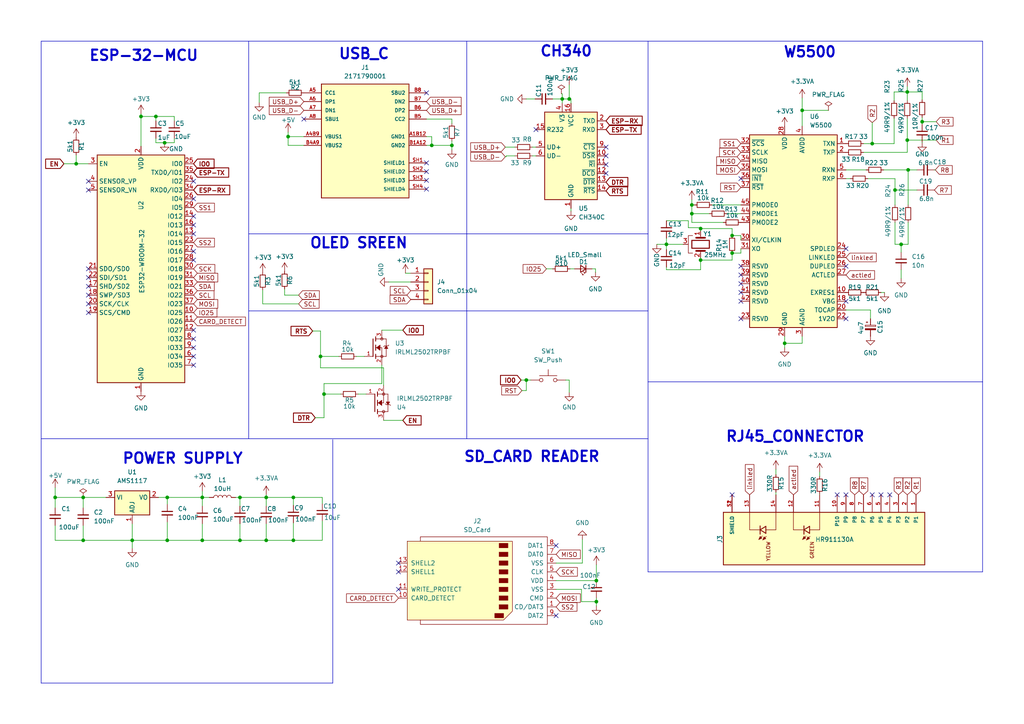
<source format=kicad_sch>
(kicad_sch (version 20230121) (generator eeschema)
  (paper "A4")
  (lib_symbols
    (symbol "Connector:SD_Card" (pin_names (offset 1.016))
      (property "Reference" "J" (at -16.51 13.97 0))
      (property "Value" "SD_Card" (at 15.24 -13.97 0))
      (symbol "SD_Card_1_1"
        (pin input line (at -22.86 7.62 0) (length 2.54) (name "CD/DAT3") (number "1"))
        (pin input line (at 22.86 5.08 180) (length 2.54) (name "CARD_DETECT") (number "10"))
        (pin input line (at 22.86 2.54 180) (length 2.54) (name "WRITE_PROTECT") (number "11"))
        (pin input line (at 22.86 -2.54 180) (length 2.54) (name "SHELL1") (number "12"))
        (pin input line (at 22.86 -5.08 180) (length 2.54) (name "SHELL2") (number "13"))
        (pin input line (at -22.86 5.08 0) (length 2.54) (name "CMD") (number "2"))
        (pin power_in line (at -22.86 2.54 0) (length 2.54) (name "VSS") (number "3"))
        (pin power_in line (at -22.86 0 0) (length 2.54) (name "VDD") (number "4"))
        (pin input line (at -22.86 -2.54 0) (length 2.54) (name "CLK") (number "5"))
        (pin power_in line (at -22.86 -5.08 0) (length 2.54) (name "VSS") (number "6"))
        (pin input line (at -22.86 -7.62 0) (length 2.54) (name "DAT0") (number "7"))
        (pin input line (at -22.86 -10.16 0) (length 2.54) (name "DAT1") (number "8"))
        (pin input line (at -22.86 10.16 0) (length 2.54) (name "DAT2") (number "9"))
      )
    )
    (symbol "Connector_Generic:Conn_01x04" (pin_names (offset 1.016) hide)
      (property "Reference" "J" (at 0 5.08 0))
      (property "Value" "Conn_01x04" (at 0 -7.62 0))
      (symbol "Conn_01x04_1_1"
        (pin passive line (at -5.08 2.54 0) (length 3.81) (name "Pin_1") (number "1"))
        (pin passive line (at -5.08 0 0) (length 3.81) (name "Pin_2") (number "2"))
        (pin passive line (at -5.08 -2.54 0) (length 3.81) (name "Pin_3") (number "3"))
        (pin passive line (at -5.08 -5.08 0) (length 3.81) (name "Pin_4") (number "4"))
      )
    )
    (symbol "Device:C_Polarized_Small" (pin_numbers hide) (pin_names (offset 0.254) hide)
      (property "Reference" "C" (at 0.254 1.778 0))
      (property "Value" "C_Polarized_Small" (at 0.254 -2.032 0))
      (symbol "C_Polarized_Small_1_1"
        (pin passive line (at 0 2.54 270) (length 1.8542) (name "~") (number "1"))
        (pin passive line (at 0 -2.54 90) (length 1.8542) (name "~") (number "2"))
      )
    )
    (symbol "Device:C_Small" (pin_numbers hide) (pin_names (offset 0.254) hide)
      (property "Reference" "C" (at 0.254 1.778 0))
      (property "Value" "C_Small" (at 0.254 -2.032 0))
      (symbol "C_Small_1_1"
        (pin passive line (at 0 2.54 270) (length 2.032) (name "~") (number "1"))
        (pin passive line (at 0 -2.54 90) (length 2.032) (name "~") (number "2"))
      )
    )
    (symbol "Device:Crystal_GND3" (pin_names (offset 1.016) hide)
      (property "Reference" "Y" (at 0 5.715 0))
      (property "Value" "Crystal_GND3" (at 0 3.81 0))
      (symbol "Crystal_GND3_1_1"
        (pin passive line (at -3.81 0 0) (length 1.27) (name "1") (number "1"))
        (pin passive line (at 3.81 0 180) (length 1.27) (name "2") (number "2"))
        (pin passive line (at 0 -5.08 90) (length 1.27) (name "3") (number "3"))
      )
    )
    (symbol "Device:L" (pin_numbers hide) (pin_names (offset 1.016) hide)
      (property "Reference" "L" (at -1.27 0 90))
      (property "Value" "L" (at 1.905 0 90))
      (symbol "L_1_1"
        (pin passive line (at 0 3.81 270) (length 1.27) (name "1") (number "1"))
        (pin passive line (at 0 -3.81 90) (length 1.27) (name "2") (number "2"))
      )
    )
    (symbol "Device:LED_Small" (pin_numbers hide) (pin_names (offset 0.254) hide)
      (property "Reference" "D" (at -1.27 3.175 0))
      (property "Value" "LED_Small" (at -4.445 -2.54 0))
      (symbol "LED_Small_1_1"
        (pin passive line (at -2.54 0 0) (length 1.778) (name "K") (number "1"))
        (pin passive line (at 2.54 0 180) (length 1.778) (name "A") (number "2"))
      )
    )
    (symbol "Device:R_Small" (pin_numbers hide) (pin_names (offset 0.254) hide)
      (property "Reference" "R" (at 0.762 0.508 0))
      (property "Value" "R_Small" (at 0.762 -1.016 0))
      (symbol "R_Small_1_1"
        (pin passive line (at 0 2.54 270) (length 0.762) (name "~") (number "1"))
        (pin passive line (at 0 -2.54 90) (length 0.762) (name "~") (number "2"))
      )
    )
    (symbol "IRLML2502TRPBF:IRLML2502TRPBF" (pin_names (offset 1.016))
      (property "Reference" "U" (at -11.4527 2.5451 0))
      (property "Value" "IRLML2502TRPBF" (at -11.461 0 0))
      (symbol "IRLML2502TRPBF_0_0"
        (pin passive line (at -2.54 -2.54 0) (length 2.54) (name "~") (number "1"))
        (pin passive line (at 2.54 -5.08 90) (length 2.54) (name "~") (number "2"))
        (pin passive line (at 2.54 5.08 270) (length 2.54) (name "~") (number "3"))
      )
    )
    (symbol "Interface_Ethernet:W5500"
      (property "Reference" "U" (at -11.43 29.21 0))
      (property "Value" "W5500" (at 8.89 29.21 0))
      (symbol "W5500_1_1"
        (pin output line (at 15.24 25.4 180) (length 2.54) (name "TXN") (number "1"))
        (pin passive line (at 15.24 -17.78 180) (length 2.54) (name "EXRES1") (number "10"))
        (pin passive line (at 2.54 30.48 270) (length 2.54) hide (name "AVDD") (number "11"))
        (pin no_connect line (at 12.7 7.62 180) (length 2.54) hide (name "NC") (number "12"))
        (pin no_connect line (at 12.7 5.08 180) (length 2.54) hide (name "NC") (number "13"))
        (pin passive line (at 2.54 -30.48 90) (length 2.54) hide (name "AGND") (number "14"))
        (pin passive line (at 2.54 30.48 270) (length 2.54) hide (name "AVDD") (number "15"))
        (pin passive line (at 2.54 -30.48 90) (length 2.54) hide (name "AGND") (number "16"))
        (pin passive line (at 2.54 30.48 270) (length 2.54) hide (name "AVDD") (number "17"))
        (pin passive line (at 15.24 -20.32 180) (length 2.54) (name "VBG") (number "18"))
        (pin passive line (at 2.54 -30.48 90) (length 2.54) hide (name "AGND") (number "19"))
        (pin output line (at 15.24 22.86 180) (length 2.54) (name "TXP") (number "2"))
        (pin passive line (at 15.24 -22.86 180) (length 2.54) (name "TOCAP") (number "20"))
        (pin passive line (at 2.54 30.48 270) (length 2.54) hide (name "AVDD") (number "21"))
        (pin output line (at 15.24 -25.4 180) (length 2.54) (name "1V2O") (number "22"))
        (pin input line (at -15.24 -25.4 0) (length 2.54) (name "RSVD") (number "23"))
        (pin output line (at 15.24 -5.08 180) (length 2.54) (name "SPDLED") (number "24"))
        (pin output line (at 15.24 -7.62 180) (length 2.54) (name "LINKLED") (number "25"))
        (pin output line (at 15.24 -10.16 180) (length 2.54) (name "DUPLED") (number "26"))
        (pin output line (at 15.24 -12.7 180) (length 2.54) (name "ACTLED") (number "27"))
        (pin power_in line (at -2.54 30.48 270) (length 2.54) (name "VDD") (number "28"))
        (pin power_in line (at -2.54 -30.48 90) (length 2.54) (name "GND") (number "29"))
        (pin power_in line (at 2.54 -30.48 90) (length 2.54) (name "AGND") (number "3"))
        (pin input line (at -15.24 -2.54 0) (length 2.54) (name "XI/CLKIN") (number "30"))
        (pin output line (at -15.24 -5.08 0) (length 2.54) (name "XO") (number "31"))
        (pin input line (at -15.24 25.4 0) (length 2.54) (name "~{SCS}") (number "32"))
        (pin input line (at -15.24 22.86 0) (length 2.54) (name "SCLK") (number "33"))
        (pin output line (at -15.24 20.32 0) (length 2.54) (name "MISO") (number "34"))
        (pin input line (at -15.24 17.78 0) (length 2.54) (name "MOSI") (number "35"))
        (pin input line (at -15.24 15.24 0) (length 2.54) (name "~{INT}") (number "36"))
        (pin input line (at -15.24 12.7 0) (length 2.54) (name "~{RST}") (number "37"))
        (pin input line (at -15.24 -10.16 0) (length 2.54) (name "RSVD") (number "38"))
        (pin input line (at -15.24 -12.7 0) (length 2.54) (name "RSVD") (number "39"))
        (pin power_in line (at 2.54 30.48 270) (length 2.54) (name "AVDD") (number "4"))
        (pin input line (at -15.24 -15.24 0) (length 2.54) (name "RSVD") (number "40"))
        (pin input line (at -15.24 -17.78 0) (length 2.54) (name "RSVD") (number "41"))
        (pin input line (at -15.24 -20.32 0) (length 2.54) (name "RSVD") (number "42"))
        (pin input line (at -15.24 2.54 0) (length 2.54) (name "PMODE2") (number "43"))
        (pin input line (at -15.24 5.08 0) (length 2.54) (name "PMODE1") (number "44"))
        (pin input line (at -15.24 7.62 0) (length 2.54) (name "PMODE0") (number "45"))
        (pin no_connect line (at 12.7 2.54 180) (length 2.54) hide (name "NC") (number "46"))
        (pin no_connect line (at 12.7 0 180) (length 2.54) hide (name "NC") (number "47"))
        (pin passive line (at 2.54 -30.48 90) (length 2.54) hide (name "AGND") (number "48"))
        (pin input line (at 15.24 17.78 180) (length 2.54) (name "RXN") (number "5"))
        (pin input line (at 15.24 15.24 180) (length 2.54) (name "RXP") (number "6"))
        (pin no_connect line (at 12.7 10.16 180) (length 2.54) hide (name "DNC") (number "7"))
        (pin passive line (at 2.54 30.48 270) (length 2.54) hide (name "AVDD") (number "8"))
        (pin passive line (at 2.54 -30.48 90) (length 2.54) hide (name "AGND") (number "9"))
      )
    )
    (symbol "Interface_USB:CH340C"
      (property "Reference" "U" (at -5.08 13.97 0))
      (property "Value" "CH340C" (at 1.27 13.97 0))
      (symbol "CH340C_1_1"
        (pin power_in line (at 0 -15.24 90) (length 2.54) (name "GND") (number "1"))
        (pin input line (at 10.16 0 180) (length 2.54) (name "~{DSR}") (number "10"))
        (pin input line (at 10.16 -2.54 180) (length 2.54) (name "~{RI}") (number "11"))
        (pin input line (at 10.16 -5.08 180) (length 2.54) (name "~{DCD}") (number "12"))
        (pin output line (at 10.16 -7.62 180) (length 2.54) (name "~{DTR}") (number "13"))
        (pin output line (at 10.16 -10.16 180) (length 2.54) (name "~{RTS}") (number "14"))
        (pin input line (at -10.16 7.62 0) (length 2.54) (name "R232") (number "15"))
        (pin power_in line (at 0 15.24 270) (length 2.54) (name "VCC") (number "16"))
        (pin output line (at 10.16 10.16 180) (length 2.54) (name "TXD") (number "2"))
        (pin input line (at 10.16 7.62 180) (length 2.54) (name "RXD") (number "3"))
        (pin passive line (at -2.54 15.24 270) (length 2.54) (name "V3") (number "4"))
        (pin bidirectional line (at -10.16 2.54 0) (length 2.54) (name "UD+") (number "5"))
        (pin bidirectional line (at -10.16 0 0) (length 2.54) (name "UD-") (number "6"))
        (pin no_connect line (at -7.62 -7.62 0) (length 2.54) hide (name "NC") (number "7"))
        (pin no_connect line (at -7.62 -10.16 0) (length 2.54) hide (name "NC") (number "8"))
        (pin input line (at 10.16 2.54 180) (length 2.54) (name "~{CTS}") (number "9"))
      )
    )
    (symbol "RF_Module:ESP32-WROOM-32"
      (property "Reference" "U" (at -12.7 34.29 0))
      (property "Value" "ESP32-WROOM-32" (at 1.27 34.29 0))
      (symbol "ESP32-WROOM-32_1_1"
        (pin power_in line (at 0 -35.56 90) (length 2.54) (name "GND") (number "1"))
        (pin bidirectional line (at 15.24 -12.7 180) (length 2.54) (name "IO25") (number "10"))
        (pin bidirectional line (at 15.24 -15.24 180) (length 2.54) (name "IO26") (number "11"))
        (pin bidirectional line (at 15.24 -17.78 180) (length 2.54) (name "IO27") (number "12"))
        (pin bidirectional line (at 15.24 10.16 180) (length 2.54) (name "IO14") (number "13"))
        (pin bidirectional line (at 15.24 15.24 180) (length 2.54) (name "IO12") (number "14"))
        (pin passive line (at 0 -35.56 90) (length 2.54) hide (name "GND") (number "15"))
        (pin bidirectional line (at 15.24 12.7 180) (length 2.54) (name "IO13") (number "16"))
        (pin bidirectional line (at -15.24 -5.08 0) (length 2.54) (name "SHD/SD2") (number "17"))
        (pin bidirectional line (at -15.24 -7.62 0) (length 2.54) (name "SWP/SD3") (number "18"))
        (pin bidirectional line (at -15.24 -12.7 0) (length 2.54) (name "SCS/CMD") (number "19"))
        (pin power_in line (at 0 35.56 270) (length 2.54) (name "VDD") (number "2"))
        (pin bidirectional line (at -15.24 -10.16 0) (length 2.54) (name "SCK/CLK") (number "20"))
        (pin bidirectional line (at -15.24 0 0) (length 2.54) (name "SDO/SD0") (number "21"))
        (pin bidirectional line (at -15.24 -2.54 0) (length 2.54) (name "SDI/SD1") (number "22"))
        (pin bidirectional line (at 15.24 7.62 180) (length 2.54) (name "IO15") (number "23"))
        (pin bidirectional line (at 15.24 25.4 180) (length 2.54) (name "IO2") (number "24"))
        (pin bidirectional line (at 15.24 30.48 180) (length 2.54) (name "IO0") (number "25"))
        (pin bidirectional line (at 15.24 20.32 180) (length 2.54) (name "IO4") (number "26"))
        (pin bidirectional line (at 15.24 5.08 180) (length 2.54) (name "IO16") (number "27"))
        (pin bidirectional line (at 15.24 2.54 180) (length 2.54) (name "IO17") (number "28"))
        (pin bidirectional line (at 15.24 17.78 180) (length 2.54) (name "IO5") (number "29"))
        (pin input line (at -15.24 30.48 0) (length 2.54) (name "EN") (number "3"))
        (pin bidirectional line (at 15.24 0 180) (length 2.54) (name "IO18") (number "30"))
        (pin bidirectional line (at 15.24 -2.54 180) (length 2.54) (name "IO19") (number "31"))
        (pin no_connect line (at -12.7 -27.94 0) (length 2.54) hide (name "NC") (number "32"))
        (pin bidirectional line (at 15.24 -5.08 180) (length 2.54) (name "IO21") (number "33"))
        (pin bidirectional line (at 15.24 22.86 180) (length 2.54) (name "RXD0/IO3") (number "34"))
        (pin bidirectional line (at 15.24 27.94 180) (length 2.54) (name "TXD0/IO1") (number "35"))
        (pin bidirectional line (at 15.24 -7.62 180) (length 2.54) (name "IO22") (number "36"))
        (pin bidirectional line (at 15.24 -10.16 180) (length 2.54) (name "IO23") (number "37"))
        (pin passive line (at 0 -35.56 90) (length 2.54) hide (name "GND") (number "38"))
        (pin passive line (at 0 -35.56 90) (length 2.54) hide (name "GND") (number "39"))
        (pin input line (at -15.24 25.4 0) (length 2.54) (name "SENSOR_VP") (number "4"))
        (pin input line (at -15.24 22.86 0) (length 2.54) (name "SENSOR_VN") (number "5"))
        (pin input line (at 15.24 -25.4 180) (length 2.54) (name "IO34") (number "6"))
        (pin input line (at 15.24 -27.94 180) (length 2.54) (name "IO35") (number "7"))
        (pin bidirectional line (at 15.24 -20.32 180) (length 2.54) (name "IO32") (number "8"))
        (pin bidirectional line (at 15.24 -22.86 180) (length 2.54) (name "IO33") (number "9"))
      )
    )
    (symbol "RJ45_HR911130A:HR911130A" (pin_names (offset 1.016))
      (property "Reference" "J" (at -7.62 29.21 0))
      (property "Value" "HR911130A" (at -7.62 -31.75 0))
      (symbol "HR911130A_0_0"
        (text "GREEN" (at 0.762 -5.334 0) (effects (font (size 1.016 1.016)) (justify left top)))
        (text "YELLOW" (at 0.762 -18.034 0) (effects (font (size 1.016 1.016)) (justify left top)))
        (pin passive line (at -12.7 25.4 0) (length 5.08) (name "P1") (number "1"))
        (pin passive line (at -12.7 2.54 0) (length 5.08) (name "P10") (number "10"))
        (pin passive line (at -12.7 -2.54 0) (length 5.08) (name "~") (number "11"))
        (pin passive line (at -12.7 -10.16 0) (length 5.08) (name "~") (number "12"))
        (pin passive line (at -12.7 -22.86 0) (length 5.08) (name "~") (number "13"))
        (pin passive line (at -12.7 -15.24 0) (length 5.08) (name "~") (number "14"))
        (pin passive line (at -12.7 22.86 0) (length 5.08) (name "P2") (number "2"))
        (pin passive line (at -12.7 20.32 0) (length 5.08) (name "P3") (number "3"))
        (pin passive line (at -12.7 17.78 0) (length 5.08) (name "P4") (number "4"))
        (pin passive line (at -12.7 15.24 0) (length 5.08) (name "P5") (number "5"))
        (pin passive line (at -12.7 12.7 0) (length 5.08) (name "P6") (number "6"))
        (pin passive line (at -12.7 10.16 0) (length 5.08) (name "P7") (number "7"))
        (pin passive line (at -12.7 7.62 0) (length 5.08) (name "P8") (number "8"))
        (pin passive line (at -12.7 5.08 0) (length 5.08) (name "P9") (number "9"))
        (pin passive line (at -12.7 -27.94 0) (length 5.08) (name "SHIELD") (number "S1"))
        (pin passive line (at -12.7 -27.94 0) (length 5.08) (name "SHIELD") (number "S2"))
      )
    )
    (symbol "Regulator_Linear:AMS1117"
      (property "Reference" "U" (at -3.81 3.175 0))
      (property "Value" "AMS1117" (at 0 3.175 0))
      (symbol "AMS1117_1_1"
        (pin input line (at 0 -7.62 90) (length 2.54) (name "ADJ") (number "1"))
        (pin power_out line (at 7.62 0 180) (length 2.54) (name "VO") (number "2"))
        (pin power_in line (at -7.62 0 0) (length 2.54) (name "VI") (number "3"))
      )
    )
    (symbol "Switch:SW_Push" (pin_numbers hide) (pin_names (offset 1.016) hide)
      (property "Reference" "SW" (at 1.27 2.54 0))
      (property "Value" "SW_Push" (at 0 -1.524 0))
      (symbol "SW_Push_0_1"
        (pin passive line (at -5.08 0 0) (length 2.54) (name "1") (number "1"))
        (pin passive line (at 5.08 0 180) (length 2.54) (name "2") (number "2"))
      )
    )
    (symbol "USB_C_MOLEXjlc:2171790001" (pin_names (offset 1.016))
      (property "Reference" "J" (at -12.7 16.002 0))
      (property "Value" "2171790001" (at -12.7 -18.542 0))
      (symbol "2171790001_0_0"
        (pin power_in line (at 17.78 0 180) (length 5.08) (name "GND1") (number "A1B12"))
        (pin power_in line (at -17.78 0 0) (length 5.08) (name "VBUS1") (number "A4B9"))
        (pin bidirectional line (at -17.78 12.7 0) (length 5.08) (name "CC1") (number "A5"))
        (pin bidirectional line (at -17.78 10.16 0) (length 5.08) (name "DP1") (number "A6"))
        (pin bidirectional line (at -17.78 7.62 0) (length 5.08) (name "DN1") (number "A7"))
        (pin bidirectional line (at -17.78 5.08 0) (length 5.08) (name "SBU1") (number "A8"))
        (pin power_in line (at 17.78 -2.54 180) (length 5.08) (name "GND2") (number "B1A12"))
        (pin power_in line (at -17.78 -2.54 0) (length 5.08) (name "VBUS2") (number "B4A9"))
        (pin bidirectional line (at 17.78 5.08 180) (length 5.08) (name "CC2") (number "B5"))
        (pin bidirectional line (at 17.78 7.62 180) (length 5.08) (name "DP2") (number "B6"))
        (pin bidirectional line (at 17.78 10.16 180) (length 5.08) (name "DN2") (number "B7"))
        (pin bidirectional line (at 17.78 12.7 180) (length 5.08) (name "SBU2") (number "B8"))
        (pin passive line (at 17.78 -7.62 180) (length 5.08) (name "SHIELD1") (number "SH1"))
        (pin passive line (at 17.78 -10.16 180) (length 5.08) (name "SHIELD2") (number "SH2"))
        (pin passive line (at 17.78 -12.7 180) (length 5.08) (name "SHIELD3") (number "SH3"))
        (pin passive line (at 17.78 -15.24 180) (length 5.08) (name "SHIELD4") (number "SH4"))
      )
    )
    (symbol "power:+3.3VA" (power) (pin_names (offset 0))
      (property "Value" "+3.3VA" (at 0 3.556 0))
      (symbol "+3.3VA_1_1"
        (pin power_in line (at 0 0 90) (length 0) hide (name "+3.3VA") (number "1"))
      )
    )
    (symbol "power:+3V3" (power) (pin_names (offset 0))
      (property "Value" "+3V3" (at 0 3.556 0))
      (symbol "+3V3_1_1"
        (pin power_in line (at 0 0 90) (length 0) hide (name "+3V3") (number "1"))
      )
    )
    (symbol "power:+5V" (power) (pin_names (offset 0))
      (property "Value" "+5V" (at 0 3.556 0))
      (symbol "+5V_1_1"
        (pin power_in line (at 0 0 90) (length 0) hide (name "+5V") (number "1"))
      )
    )
    (symbol "power:GND" (power) (pin_names (offset 0))
      (property "Value" "GND" (at 0 -3.81 0))
      (symbol "GND_1_1"
        (pin power_in line (at 0 0 270) (length 0) hide (name "GND") (number "1"))
      )
    )
    (symbol "power:PWR_FLAG" (power) (pin_numbers hide) (pin_names (offset 0) hide)
      (property "Value" "PWR_FLAG" (at 0 3.81 0))
      (symbol "PWR_FLAG_0_0"
        (pin power_out line (at 0 0 90) (length 0) (name "pwr") (number "1"))
      )
    )
  )
  (junction (at 131.064 42.164))
  (junction (at 85.09 156.718))
  (junction (at 263.144 40.64))
  (junction (at 77.216 156.718))
  (junction (at 259.588 55.118))
  (junction (at 125.222 42.164))
  (junction (at 77.216 144.272))
  (junction (at 200.66 61.976))
  (junction (at 58.674 144.272))
  (junction (at 193.294 70.866))
  (junction (at 47.752 41.402))
  (junction (at 93.98 114.3))
  (junction (at 48.514 144.272))
  (junction (at 267.462 35.306))
  (junction (at 203.2 75.438))
  (junction (at 263.398 49.276))
  (junction (at 172.974 174.498))
  (junction (at 212.344 73.406))
  (junction (at 152.654 110.236))
  (junction (at 163.068 28.702))
  (junction (at 212.344 68.326))
  (junction (at 16.002 144.272))
  (junction (at 232.664 32.004))
  (junction (at 92.964 103.378))
  (junction (at 48.514 156.718))
  (junction (at 58.674 156.718))
  (junction (at 263.144 26.67))
  (junction (at 24.13 156.718))
  (junction (at 69.596 156.718))
  (junction (at 69.596 144.272))
  (junction (at 22.098 47.498))
  (junction (at 40.894 33.782))
  (junction (at 165.1 28.702))
  (junction (at 83.566 39.624))
  (junction (at 227.584 99.568))
  (junction (at 24.13 144.272))
  (junction (at 200.66 59.436))
  (junction (at 85.09 144.272))
  (junction (at 252.984 41.656))
  (junction (at 45.212 33.782))
  (junction (at 261.366 70.866))
  (junction (at 172.974 168.402))
  (junction (at 203.2 66.294))
  (junction (at 38.354 156.718))
  (no_connect (at 245.364 72.136))
  (no_connect (at 175.768 50.292))
  (no_connect (at 161.29 178.562))
  (no_connect (at 115.57 170.942))
  (no_connect (at 255.524 143.51))
  (no_connect (at 245.364 143.51))
  (no_connect (at 56.134 62.738))
  (no_connect (at 175.768 45.212))
  (no_connect (at 56.134 75.438))
  (no_connect (at 56.134 100.838))
  (no_connect (at 123.698 49.784))
  (no_connect (at 56.134 105.918))
  (no_connect (at 214.884 77.216))
  (no_connect (at 123.698 47.244))
  (no_connect (at 212.344 143.51))
  (no_connect (at 56.134 103.378))
  (no_connect (at 161.29 158.242))
  (no_connect (at 214.884 92.456))
  (no_connect (at 56.134 57.658))
  (no_connect (at 242.824 143.51))
  (no_connect (at 25.654 80.518))
  (no_connect (at 56.134 72.898))
  (no_connect (at 175.768 47.752))
  (no_connect (at 25.654 77.978))
  (no_connect (at 25.654 83.058))
  (no_connect (at 56.134 98.298))
  (no_connect (at 25.654 85.598))
  (no_connect (at 214.884 79.756))
  (no_connect (at 56.134 95.758))
  (no_connect (at 56.134 67.818))
  (no_connect (at 155.448 37.592))
  (no_connect (at 214.884 84.836))
  (no_connect (at 115.57 163.322))
  (no_connect (at 25.654 88.138))
  (no_connect (at 252.984 143.51))
  (no_connect (at 123.698 54.864))
  (no_connect (at 258.064 143.51))
  (no_connect (at 214.884 82.296))
  (no_connect (at 245.364 92.456))
  (no_connect (at 245.364 77.216))
  (no_connect (at 25.654 52.578))
  (no_connect (at 214.884 51.816))
  (no_connect (at 123.698 26.924))
  (no_connect (at 115.57 165.862))
  (no_connect (at 88.138 34.544))
  (no_connect (at 245.364 87.376))
  (no_connect (at 25.654 90.678))
  (no_connect (at 175.768 42.672))
  (no_connect (at 123.698 52.324))
  (no_connect (at 56.134 65.278))
  (no_connect (at 214.884 87.376))
  (no_connect (at 25.654 55.118))
  (no_connect (at 56.134 52.578))
  (wire (pts (xy 112.776 81.788) (xy 119.126 81.788)))
  (wire (pts (xy 22.098 47.498) (xy 25.654 47.498)))
  (wire (pts (xy 151.13 110.236) (xy 152.654 110.236)))
  (wire (pts (xy 165.608 60.452) (xy 165.608 61.214)))
  (wire (pts (xy 75.184 26.924) (xy 83.058 26.924)))
  (wire (pts (xy 40.894 33.782) (xy 40.894 42.418)))
  (wire (pts (xy 200.66 64.516) (xy 200.66 61.976)))
  (wire (pts (xy 146.558 45.466) (xy 146.812 45.466)))
  (wire (pts (xy 237.744 136.906) (xy 237.744 138.176)))
  (wire (pts (xy 91.44 121.158) (xy 93.98 121.158)))
  (polyline (pts (xy 284.988 110.744) (xy 284.988 165.862)))
  (wire (pts (xy 162.814 27.178) (xy 163.068 27.178)))
  (wire (pts (xy 165.354 77.978) (xy 166.624 77.978)))
  (wire (pts (xy 163.068 27.178) (xy 163.068 28.702)))
  (wire (pts (xy 103.886 114.3) (xy 106.172 114.3)))
  (wire (pts (xy 92.964 106.68) (xy 92.964 103.378)))
  (wire (pts (xy 77.216 156.718) (xy 85.09 156.718)))
  (wire (pts (xy 267.462 35.306) (xy 267.462 36.068)))
  (wire (pts (xy 200.66 59.436) (xy 201.422 59.436)))
  (wire (pts (xy 69.596 151.892) (xy 69.596 156.718)))
  (wire (pts (xy 16.002 141.478) (xy 16.002 144.272)))
  (wire (pts (xy 90.678 96.012) (xy 92.964 96.012)))
  (wire (pts (xy 267.462 35.306) (xy 267.462 34.036)))
  (wire (pts (xy 263.144 26.67) (xy 263.144 29.21)))
  (wire (pts (xy 82.55 83.82) (xy 82.55 85.598)))
  (wire (pts (xy 203.2 74.676) (xy 203.2 75.438)))
  (wire (pts (xy 45.212 35.052) (xy 45.212 33.782)))
  (wire (pts (xy 252.984 35.56) (xy 252.984 41.656)))
  (wire (pts (xy 193.294 77.47) (xy 193.294 78.232)))
  (wire (pts (xy 163.068 28.702) (xy 165.1 28.702)))
  (wire (pts (xy 256.286 49.276) (xy 263.398 49.276)))
  (wire (pts (xy 18.542 47.498) (xy 22.098 47.498)))
  (wire (pts (xy 165.608 29.972) (xy 165.608 28.702)))
  (wire (pts (xy 267.462 26.67) (xy 263.144 26.67)))
  (wire (pts (xy 172.72 78.994) (xy 172.72 77.978)))
  (polyline (pts (xy 72.136 90.17) (xy 72.136 127.254)))
  (wire (pts (xy 58.674 156.718) (xy 69.596 156.718)))
  (wire (pts (xy 172.974 163.83) (xy 172.974 168.402)))
  (polyline (pts (xy 135.382 90.17) (xy 187.96 90.17)))
  (wire (pts (xy 263.144 40.64) (xy 263.144 34.29)))
  (wire (pts (xy 225.044 142.748) (xy 225.044 143.51)))
  (polyline (pts (xy 187.96 11.938) (xy 284.988 11.938)))
  (wire (pts (xy 193.294 69.088) (xy 193.294 70.866)))
  (wire (pts (xy 69.596 144.272) (xy 68.326 144.272)))
  (wire (pts (xy 193.294 70.866) (xy 198.12 70.866)))
  (wire (pts (xy 259.588 70.866) (xy 261.366 70.866)))
  (polyline (pts (xy 187.96 110.744) (xy 284.988 110.744)))
  (wire (pts (xy 190.5 70.866) (xy 193.294 70.866)))
  (wire (pts (xy 24.13 144.272) (xy 24.13 147.32)))
  (wire (pts (xy 76.2 88.138) (xy 76.2 84.074)))
  (wire (pts (xy 85.09 156.718) (xy 93.472 156.718)))
  (wire (pts (xy 40.894 33.02) (xy 40.894 33.782)))
  (wire (pts (xy 163.068 28.702) (xy 160.274 28.702)))
  (wire (pts (xy 93.472 144.272) (xy 85.09 144.272)))
  (polyline (pts (xy 135.382 11.938) (xy 135.382 67.818)))
  (wire (pts (xy 205.74 61.976) (xy 200.66 61.976)))
  (wire (pts (xy 77.216 144.272) (xy 77.216 146.812)))
  (wire (pts (xy 93.98 111.252) (xy 93.98 114.3)))
  (wire (pts (xy 103.378 103.378) (xy 105.664 103.378)))
  (wire (pts (xy 110.744 95.758) (xy 116.84 95.758)))
  (wire (pts (xy 232.664 32.004) (xy 232.664 36.576)))
  (wire (pts (xy 123.698 39.624) (xy 125.222 39.624)))
  (wire (pts (xy 259.588 51.816) (xy 251.714 51.816)))
  (wire (pts (xy 16.002 152.4) (xy 16.002 156.718)))
  (wire (pts (xy 265.938 55.118) (xy 259.588 55.118)))
  (wire (pts (xy 200.66 61.976) (xy 200.66 59.436)))
  (wire (pts (xy 58.674 142.494) (xy 58.674 144.272)))
  (wire (pts (xy 214.884 68.326) (xy 212.344 68.326)))
  (wire (pts (xy 131.064 43.434) (xy 131.064 42.164)))
  (wire (pts (xy 111.252 106.68) (xy 111.252 111.76)))
  (wire (pts (xy 210.82 61.976) (xy 214.884 61.976)))
  (wire (pts (xy 252.984 41.656) (xy 259.334 41.656)))
  (wire (pts (xy 146.812 45.212) (xy 149.352 45.212)))
  (wire (pts (xy 168.91 163.322) (xy 168.91 156.464)))
  (wire (pts (xy 165.608 28.702) (xy 165.1 28.702)))
  (wire (pts (xy 58.674 156.718) (xy 48.514 156.718)))
  (polyline (pts (xy 96.52 198.12) (xy 11.938 198.12)))
  (wire (pts (xy 77.216 151.892) (xy 77.216 156.718)))
  (wire (pts (xy 259.334 29.21) (xy 259.334 26.67)))
  (polyline (pts (xy 135.382 90.17) (xy 135.382 127.254)))
  (wire (pts (xy 232.664 99.568) (xy 227.584 99.568)))
  (wire (pts (xy 88.138 39.624) (xy 83.566 39.624)))
  (wire (pts (xy 206.502 59.436) (xy 214.884 59.436)))
  (wire (pts (xy 161.29 168.402) (xy 172.974 168.402)))
  (wire (pts (xy 193.294 78.232) (xy 203.2 78.232)))
  (wire (pts (xy 227.584 97.536) (xy 227.584 99.568)))
  (wire (pts (xy 227.584 99.568) (xy 227.584 100.838)))
  (wire (pts (xy 172.72 77.978) (xy 171.704 77.978)))
  (wire (pts (xy 50.546 33.782) (xy 45.212 33.782)))
  (wire (pts (xy 75.184 29.718) (xy 75.184 26.924)))
  (wire (pts (xy 24.13 152.4) (xy 24.13 156.718)))
  (wire (pts (xy 92.964 96.012) (xy 92.964 103.378)))
  (wire (pts (xy 93.98 114.3) (xy 93.98 121.158)))
  (wire (pts (xy 259.588 55.118) (xy 259.588 51.816)))
  (wire (pts (xy 48.514 144.272) (xy 48.514 146.304)))
  (wire (pts (xy 45.212 40.132) (xy 45.212 41.402)))
  (wire (pts (xy 93.98 114.3) (xy 98.806 114.3)))
  (wire (pts (xy 164.084 110.236) (xy 165.1 110.236)))
  (wire (pts (xy 119.126 79.248) (xy 117.602 79.248)))
  (wire (pts (xy 123.698 42.164) (xy 125.222 42.164)))
  (wire (pts (xy 203.2 66.04) (xy 203.2 66.294)))
  (wire (pts (xy 263.398 70.866) (xy 261.366 70.866)))
  (wire (pts (xy 92.964 106.68) (xy 111.252 106.68)))
  (wire (pts (xy 193.294 70.866) (xy 193.294 72.39)))
  (wire (pts (xy 172.974 174.498) (xy 172.974 173.482)))
  (wire (pts (xy 259.334 26.67) (xy 263.144 26.67)))
  (wire (pts (xy 240.284 32.004) (xy 232.664 32.004)))
  (polyline (pts (xy 72.136 67.818) (xy 72.136 90.17)))
  (wire (pts (xy 250.444 41.656) (xy 252.984 41.656)))
  (wire (pts (xy 93.472 146.05) (xy 93.472 144.272)))
  (wire (pts (xy 214.884 73.406) (xy 212.344 73.406)))
  (wire (pts (xy 85.09 144.272) (xy 85.09 146.558)))
  (wire (pts (xy 203.2 67.056) (xy 203.2 66.294)))
  (wire (pts (xy 48.514 156.718) (xy 38.354 156.718)))
  (wire (pts (xy 161.29 163.322) (xy 168.91 163.322)))
  (wire (pts (xy 152.654 28.702) (xy 155.194 28.702)))
  (wire (pts (xy 267.462 41.402) (xy 267.462 41.148)))
  (wire (pts (xy 165.1 24.638) (xy 165.1 28.702)))
  (wire (pts (xy 85.09 151.638) (xy 85.09 156.718)))
  (wire (pts (xy 154.432 45.212) (xy 155.448 45.212)))
  (wire (pts (xy 168.656 174.498) (xy 168.656 170.942)))
  (wire (pts (xy 69.596 146.812) (xy 69.596 144.272)))
  (polyline (pts (xy 72.136 11.938) (xy 72.136 67.818)))
  (wire (pts (xy 158.496 77.978) (xy 160.274 77.978)))
  (wire (pts (xy 131.064 40.894) (xy 131.064 42.164)))
  (wire (pts (xy 168.656 170.942) (xy 161.29 170.942)))
  (wire (pts (xy 203.2 66.294) (xy 212.344 66.294)))
  (wire (pts (xy 86.614 88.138) (xy 76.2 88.138)))
  (wire (pts (xy 271.272 49.276) (xy 271.018 49.276)))
  (wire (pts (xy 47.752 41.402) (xy 50.546 41.402)))
  (polyline (pts (xy 135.382 67.818) (xy 72.136 67.818)))
  (wire (pts (xy 38.354 159.004) (xy 38.354 156.718)))
  (wire (pts (xy 225.044 136.144) (xy 225.044 137.668)))
  (wire (pts (xy 203.2 78.232) (xy 203.2 75.438)))
  (wire (pts (xy 77.216 143.51) (xy 77.216 144.272)))
  (wire (pts (xy 212.344 66.294) (xy 212.344 68.326)))
  (wire (pts (xy 214.884 69.596) (xy 214.884 68.326)))
  (wire (pts (xy 168.656 174.498) (xy 172.974 174.498)))
  (wire (pts (xy 93.472 151.13) (xy 93.472 156.718)))
  (wire (pts (xy 146.558 42.672) (xy 149.352 42.672)))
  (wire (pts (xy 232.664 28.448) (xy 232.664 32.004)))
  (wire (pts (xy 199.644 66.04) (xy 203.2 66.04)))
  (polyline (pts (xy 96.52 127.508) (xy 96.52 198.12)))
  (wire (pts (xy 40.894 33.782) (xy 45.212 33.782)))
  (wire (pts (xy 214.884 72.136) (xy 214.884 73.406)))
  (wire (pts (xy 151.384 113.284) (xy 152.654 113.284)))
  (wire (pts (xy 261.366 73.152) (xy 261.366 70.866)))
  (wire (pts (xy 125.222 39.624) (xy 125.222 42.164)))
  (wire (pts (xy 152.654 110.236) (xy 153.924 110.236)))
  (wire (pts (xy 265.938 49.276) (xy 263.398 49.276)))
  (wire (pts (xy 163.068 29.972) (xy 163.068 28.702)))
  (wire (pts (xy 259.334 41.656) (xy 259.334 34.29)))
  (wire (pts (xy 58.674 146.812) (xy 58.674 144.272)))
  (polyline (pts (xy 135.382 67.818) (xy 187.96 67.818)))
  (wire (pts (xy 263.398 64.516) (xy 263.398 70.866)))
  (wire (pts (xy 22.098 44.958) (xy 22.098 47.498)))
  (wire (pts (xy 203.2 75.438) (xy 212.344 75.438)))
  (wire (pts (xy 259.588 70.866) (xy 259.588 64.516)))
  (wire (pts (xy 82.55 85.598) (xy 86.614 85.598)))
  (wire (pts (xy 237.744 143.256) (xy 237.744 143.51)))
  (wire (pts (xy 69.596 156.718) (xy 77.216 156.718)))
  (wire (pts (xy 271.526 35.306) (xy 267.462 35.306)))
  (wire (pts (xy 165.1 113.792) (xy 165.1 110.236)))
  (wire (pts (xy 146.812 45.466) (xy 146.812 45.212)))
  (polyline (pts (xy 187.96 165.862) (xy 284.988 165.862)))
  (wire (pts (xy 267.462 28.956) (xy 267.462 26.67)))
  (wire (pts (xy 261.366 80.772) (xy 261.366 78.232)))
  (wire (pts (xy 263.398 49.276) (xy 263.398 59.436)))
  (wire (pts (xy 24.13 156.718) (xy 38.354 156.718)))
  (wire (pts (xy 245.364 89.916) (xy 252.476 89.916)))
  (wire (pts (xy 77.216 144.272) (xy 69.596 144.272)))
  (wire (pts (xy 110.744 111.252) (xy 93.98 111.252)))
  (wire (pts (xy 251.206 49.276) (xy 245.364 49.276)))
  (wire (pts (xy 92.964 103.378) (xy 98.298 103.378)))
  (wire (pts (xy 271.526 40.64) (xy 263.144 40.64)))
  (polyline (pts (xy 11.938 127.254) (xy 11.938 198.12)))
  (wire (pts (xy 256.54 84.836) (xy 255.524 84.836)))
  (wire (pts (xy 252.476 89.916) (xy 252.476 92.456)))
  (wire (pts (xy 263.144 25.146) (xy 263.144 26.67)))
  (wire (pts (xy 110.744 111.252) (xy 110.744 105.918)))
  (wire (pts (xy 58.674 144.272) (xy 48.514 144.272)))
  (wire (pts (xy 263.144 40.64) (xy 263.144 44.196)))
  (wire (pts (xy 193.294 64.008) (xy 199.644 64.008)))
  (wire (pts (xy 16.002 156.718) (xy 24.13 156.718)))
  (wire (pts (xy 111.252 121.92) (xy 116.84 121.92)))
  (wire (pts (xy 16.002 144.272) (xy 16.002 147.32)))
  (wire (pts (xy 83.566 42.164) (xy 83.566 39.624)))
  (wire (pts (xy 88.138 42.164) (xy 83.566 42.164)))
  (wire (pts (xy 131.064 34.544) (xy 123.698 34.544)))
  (wire (pts (xy 48.514 151.384) (xy 48.514 156.718)))
  (wire (pts (xy 50.546 41.402) (xy 50.546 40.132)))
  (wire (pts (xy 212.344 75.438) (xy 212.344 73.406)))
  (wire (pts (xy 24.13 144.272) (xy 30.734 144.272)))
  (wire (pts (xy 85.09 144.272) (xy 77.216 144.272)))
  (polyline (pts (xy 187.96 127.254) (xy 187.96 165.862)))
  (wire (pts (xy 131.064 34.544) (xy 131.064 35.814)))
  (wire (pts (xy 232.664 97.536) (xy 232.664 99.568)))
  (wire (pts (xy 172.974 175.768) (xy 172.974 174.498)))
  (wire (pts (xy 246.634 51.816) (xy 245.364 51.816)))
  (polyline (pts (xy 135.382 67.818) (xy 135.382 90.17)))
  (wire (pts (xy 45.212 41.402) (xy 47.752 41.402)))
  (wire (pts (xy 83.566 39.624) (xy 83.566 38.354)))
  (polyline (pts (xy 135.382 90.17) (xy 72.136 90.17)))
  (wire (pts (xy 199.644 64.008) (xy 199.644 66.04)))
  (wire (pts (xy 38.354 156.718) (xy 38.354 151.892)))
  (wire (pts (xy 259.588 59.436) (xy 259.588 55.118)))
  (wire (pts (xy 152.654 113.284) (xy 152.654 110.236)))
  (wire (pts (xy 154.432 42.672) (xy 155.448 42.672)))
  (wire (pts (xy 48.514 144.272) (xy 45.974 144.272)))
  (wire (pts (xy 125.222 42.164) (xy 131.064 42.164)))
  (wire (pts (xy 250.444 44.196) (xy 263.144 44.196)))
  (wire (pts (xy 60.706 144.272) (xy 58.674 144.272)))
  (wire (pts (xy 209.804 64.516) (xy 200.66 64.516)))
  (wire (pts (xy 58.674 151.892) (xy 58.674 156.718)))
  (wire (pts (xy 50.546 35.052) (xy 50.546 33.782)))
  (wire (pts (xy 16.002 144.272) (xy 24.13 144.272)))
  (wire (pts (xy 200.66 57.912) (xy 200.66 59.436)))
  (polyline (pts (xy 284.988 110.744) (xy 284.988 11.938)))
  (rectangle (start 11.938 11.938) (end 187.96 127.254))
  (text "SD_CARD READER" (at 134.366 134.366 0) (effects (font (size 3 3) bold) (justify left bottom)))
  (text "RJ45_CONNECTOR" (at 210.312 128.524 0) (effects (font (size 3 3) bold) (justify left bottom)))
  (text "USB_C" (at 98.044 17.526 0) (effects (font (size 3 3) bold) (justify left bottom)))
  (text "W5500" (at 227.076 17.018 0) (effects (font (size 3 3) bold) (justify left bottom)))
  (text "CH340" (at 156.464 16.764 0) (effects (font (size 3 3) bold) (justify left bottom)))
  (text "ESP-32-MCU" (at 25.654 18.034 0) (effects (font (size 3 3) (thickness 0.6) bold) (justify left bottom)))
  (text "OLED SREEN" (at 89.662 72.39 0) (effects (font (size 3 3) bold) (justify left bottom)))
  (text "POWER SUPPLY" (at 35.306 134.874 0) (effects (font (size 3 3) bold) (justify left bottom)))
  (global_label "R1" (shape input) (at 265.684 143.51 90) (property "Intersheetrefs" "${INTERSHEET_REFS}" (effects hide)))
  (global_label "DTR" (shape input) (at 175.768 52.832 0) (effects (font bold)) (property "Intersheetrefs" "${INTERSHEET_REFS}" (effects hide)))
  (global_label "SDA" (shape input) (at 119.126 86.868 180) (property "Intersheetrefs" "${INTERSHEET_REFS}" (effects hide)))
  (global_label "USB_D+" (shape input) (at 123.698 32.004 0) (property "Intersheetrefs" "${INTERSHEET_REFS}" (effects hide)))
  (global_label "DTR" (shape input) (at 91.44 121.158 180) (effects (font bold)) (property "Intersheetrefs" "${INTERSHEET_REFS}" (effects hide)))
  (global_label "R7" (shape input) (at 250.444 143.51 90) (property "Intersheetrefs" "${INTERSHEET_REFS}" (effects hide)))
  (global_label "RST" (shape input) (at 151.384 113.284 180) (property "Intersheetrefs" "${INTERSHEET_REFS}" (effects hide)))
  (global_label "IO0" (shape input) (at 116.84 95.758 0) (effects (font bold)) (property "Intersheetrefs" "${INTERSHEET_REFS}" (effects hide)))
  (global_label "RST" (shape input) (at 214.884 54.356 180) (property "Intersheetrefs" "${INTERSHEET_REFS}" (effects hide)))
  (global_label "MISO" (shape input) (at 161.29 160.782 0) (property "Intersheetrefs" "${INTERSHEET_REFS}" (effects hide)))
  (global_label "R7" (shape input) (at 271.018 55.118 0) (property "Intersheetrefs" "${INTERSHEET_REFS}" (effects hide)))
  (global_label "SS2" (shape input) (at 56.134 70.358 0) (property "Intersheetrefs" "${INTERSHEET_REFS}" (effects hide)))
  (global_label "actled" (shape input) (at 245.364 79.756 0) (property "Intersheetrefs" "${INTERSHEET_REFS}" (effects hide)))
  (global_label "MISO" (shape input) (at 214.884 46.736 180) (property "Intersheetrefs" "${INTERSHEET_REFS}" (effects hide)))
  (global_label "R2" (shape input) (at 263.144 143.51 90) (property "Intersheetrefs" "${INTERSHEET_REFS}" (effects hide)))
  (global_label "ESP-RX" (shape input) (at 175.768 35.052 0) (effects (font bold)) (property "Intersheetrefs" "${INTERSHEET_REFS}" (effects hide)))
  (global_label "MOSI" (shape input) (at 56.134 88.138 0) (property "Intersheetrefs" "${INTERSHEET_REFS}" (effects hide)))
  (global_label "SS1" (shape input) (at 214.884 41.656 180) (property "Intersheetrefs" "${INTERSHEET_REFS}" (effects hide)))
  (global_label "EN" (shape input) (at 18.542 47.498 180) (effects (font bold)) (property "Intersheetrefs" "${INTERSHEET_REFS}" (effects hide)))
  (global_label "SCK" (shape input) (at 56.134 77.978 0) (property "Intersheetrefs" "${INTERSHEET_REFS}" (effects hide)))
  (global_label "SCL" (shape input) (at 119.126 84.328 180) (property "Intersheetrefs" "${INTERSHEET_REFS}" (effects hide)))
  (global_label "ESP-TX" (shape input) (at 56.134 50.038 0) (effects (font bold)) (property "Intersheetrefs" "${INTERSHEET_REFS}" (effects hide)))
  (global_label "SS1" (shape input) (at 56.134 60.198 0) (property "Intersheetrefs" "${INTERSHEET_REFS}" (effects hide)))
  (global_label "CARD_DETECT" (shape input) (at 115.57 173.482 180) (property "Intersheetrefs" "${INTERSHEET_REFS}" (effects hide)))
  (global_label "R1" (shape input) (at 271.526 40.64 0) (property "Intersheetrefs" "${INTERSHEET_REFS}" (effects hide)))
  (global_label "R8" (shape input) (at 271.272 49.276 0) (property "Intersheetrefs" "${INTERSHEET_REFS}" (effects hide)))
  (global_label "MISO" (shape input) (at 56.134 80.518 0) (property "Intersheetrefs" "${INTERSHEET_REFS}" (effects hide)))
  (global_label "SCL" (shape input) (at 86.614 88.138 0) (property "Intersheetrefs" "${INTERSHEET_REFS}" (effects hide)))
  (global_label "ESP-TX" (shape input) (at 175.768 37.592 0) (effects (font bold)) (property "Intersheetrefs" "${INTERSHEET_REFS}" (effects hide)))
  (global_label "RTS" (shape input) (at 175.768 55.372 0) (effects (font bold)) (property "Intersheetrefs" "${INTERSHEET_REFS}" (effects hide)))
  (global_label "USB_D+" (shape input) (at 88.138 29.464 180) (property "Intersheetrefs" "${INTERSHEET_REFS}" (effects hide)))
  (global_label "RTS" (shape input) (at 90.678 96.012 180) (effects (font bold)) (property "Intersheetrefs" "${INTERSHEET_REFS}" (effects hide)))
  (global_label "linkled" (shape input) (at 245.364 74.676 0) (property "Intersheetrefs" "${INTERSHEET_REFS}" (effects hide)))
  (global_label "USB_D+" (shape input) (at 146.558 42.672 180) (property "Intersheetrefs" "${INTERSHEET_REFS}" (effects hide)))
  (global_label "IO25" (shape input) (at 56.134 90.678 0) (property "Intersheetrefs" "${INTERSHEET_REFS}" (effects hide)))
  (global_label "IO0" (shape input) (at 56.134 47.498 0) (effects (font bold)) (property "Intersheetrefs" "${INTERSHEET_REFS}" (effects hide)))
  (global_label "linkled" (shape input) (at 217.424 143.51 90) (property "Intersheetrefs" "${INTERSHEET_REFS}" (effects hide)))
  (global_label "MOSI" (shape input) (at 161.29 173.482 0) (property "Intersheetrefs" "${INTERSHEET_REFS}" (effects hide)))
  (global_label "USB_D-" (shape input) (at 123.698 29.464 0) (property "Intersheetrefs" "${INTERSHEET_REFS}" (effects hide)))
  (global_label "actled" (shape input) (at 230.124 143.51 90) (property "Intersheetrefs" "${INTERSHEET_REFS}" (effects hide)))
  (global_label "EN" (shape input) (at 116.84 121.92 0) (effects (font bold)) (property "Intersheetrefs" "${INTERSHEET_REFS}" (effects hide)))
  (global_label "R8" (shape input) (at 247.904 143.51 90) (property "Intersheetrefs" "${INTERSHEET_REFS}" (effects hide)))
  (global_label "IO0" (shape input) (at 151.13 110.236 180) (effects (font bold)) (property "Intersheetrefs" "${INTERSHEET_REFS}" (effects hide)))
  (global_label "CARD_DETECT" (shape input) (at 56.134 93.218 0) (property "Intersheetrefs" "${INTERSHEET_REFS}" (effects hide)))
  (global_label "IO25" (shape input) (at 158.496 77.978 180) (property "Intersheetrefs" "${INTERSHEET_REFS}" (effects hide)))
  (global_label "ESP-RX" (shape input) (at 56.134 55.118 0) (effects (font bold)) (property "Intersheetrefs" "${INTERSHEET_REFS}" (effects hide)))
  (global_label "SCK" (shape input) (at 161.29 165.862 0) (property "Intersheetrefs" "${INTERSHEET_REFS}" (effects hide)))
  (global_label "SDA" (shape input) (at 86.614 85.598 0) (property "Intersheetrefs" "${INTERSHEET_REFS}" (effects hide)))
  (global_label "R3" (shape input) (at 260.604 143.51 90) (property "Intersheetrefs" "${INTERSHEET_REFS}" (effects hide)))
  (global_label "R2" (shape input) (at 252.984 35.56 90) (property "Intersheetrefs" "${INTERSHEET_REFS}" (effects hide)))
  (global_label "USB_D-" (shape input) (at 146.558 45.466 180) (property "Intersheetrefs" "${INTERSHEET_REFS}" (effects hide)))
  (global_label "SCL" (shape input) (at 56.134 85.598 0) (property "Intersheetrefs" "${INTERSHEET_REFS}" (effects hide)))
  (global_label "MOSI" (shape input) (at 214.884 49.276 180) (property "Intersheetrefs" "${INTERSHEET_REFS}" (effects hide)))
  (global_label "SDA" (shape input) (at 56.134 83.058 0) (property "Intersheetrefs" "${INTERSHEET_REFS}" (effects hide)))
  (global_label "R3" (shape input) (at 271.526 35.306 0) (property "Intersheetrefs" "${INTERSHEET_REFS}" (effects hide)))
  (global_label "USB_D-" (shape input) (at 88.138 32.004 180) (property "Intersheetrefs" "${INTERSHEET_REFS}" (effects hide)))
  (global_label "SCK" (shape input) (at 214.884 44.196 180) (property "Intersheetrefs" "${INTERSHEET_REFS}" (effects hide)))
  (global_label "SS2" (shape input) (at 161.29 176.022 0) (property "Intersheetrefs" "${INTERSHEET_REFS}" (effects hide)))
  (symbol (lib_id "Device:R_Small") (at 151.892 42.672 90) (unit 1)
    (property "Reference" "R8" (at 152.908 40.386 90))
    (property "Value" "33" (at 149.606 40.64 90))
    (property "Footprint" "Resistor_SMD:R_0805_2012Metric" (effects hide))
  )
  (symbol (lib_id "power:GND") (at 40.894 113.538 0) (unit 1)
    (property "Reference" "#PWR05" (effects hide))
    (property "Value" "GND" (at 40.894 118.364 0))
  )
  (symbol (lib_id "Device:C_Small") (at 93.472 148.59 0) (unit 1)
    (property "Reference" "C10" (at 93.726 146.812 0) (effects (justify left)))
    (property "Value" "10uF" (at 93.98 150.114 0) (effects (justify left)))
    (property "Footprint" "Capacitor_SMD:C_0805_2012Metric" (effects hide))
  )
  (symbol (lib_id "power:PWR_FLAG") (at 24.13 144.272 0) (unit 1)
    (property "Reference" "#FLG01" (effects hide))
    (property "Value" "PWR_FLAG" (at 24.13 139.7 0))
  )
  (symbol (lib_id "power:+3.3VA") (at 232.664 28.448 0) (unit 1)
    (property "Reference" "#PWR027" (effects hide))
    (property "Value" "+3.3VA" (at 232.664 23.622 0))
  )
  (symbol (lib_id "power:PWR_FLAG") (at 162.814 27.178 0) (unit 1)
    (property "Reference" "#FLG03" (effects hide))
    (property "Value" "PWR_FLAG" (at 162.814 22.606 0))
  )
  (symbol (lib_id "Device:R_Small") (at 162.814 77.978 90) (unit 1)
    (property "Reference" "R10" (at 162.814 76.454 90))
    (property "Value" "5k1" (at 162.814 74.93 90))
    (property "Footprint" "Resistor_SMD:R_0805_2012Metric" (effects hide))
  )
  (symbol (lib_id "Device:C_Small") (at 24.13 149.86 0) (unit 1)
    (property "Reference" "C2" (at 27.178 148.5963 0) (effects (justify left)))
    (property "Value" "100nF" (at 27.178 151.1363 0) (effects (justify left)))
    (property "Footprint" "Capacitor_SMD:C_0805_2012Metric" (effects hide))
  )
  (symbol (lib_id "Device:R_Small") (at 263.144 31.75 180) (unit 1)
    (property "Reference" "R25" (at 261.366 24.892 90))
    (property "Value" "49R9/1%" (at 261.366 34.29 90))
    (property "Footprint" "Resistor_SMD:R_0805_2012Metric" (effects hide))
  )
  (symbol (lib_id "Device:R_Small") (at 100.838 103.378 90) (unit 1)
    (property "Reference" "R4" (at 100.584 99.568 90))
    (property "Value" "10k" (at 100.838 101.346 90))
    (property "Footprint" "Resistor_SMD:R_0805_2012Metric" (effects hide))
  )
  (symbol (lib_id "Device:Crystal_GND3") (at 203.2 70.866 270) (unit 1)
    (property "Reference" "Y1" (at 203.962 67.818 90) (effects (justify left)))
    (property "Value" "25MHz" (at 204.216 73.914 90) (effects (justify left)))
    (property "Footprint" "Crystal:Crystal_HC52-U-3Pin_Vertical" (effects hide))
  )
  (symbol (lib_id "Device:C_Small") (at 267.462 38.608 0) (unit 1)
    (property "Reference" "C17" (at 268.224 37.084 0) (effects (justify left)))
    (property "Value" "100n" (at 268.732 39.878 0) (effects (justify left)))
    (property "Footprint" "Capacitor_SMD:C_0805_2012Metric" (effects hide))
  )
  (symbol (lib_id "Regulator_Linear:AMS1117") (at 38.354 144.272 0) (unit 1)
    (property "Reference" "U1" (at 38.354 136.906 0))
    (property "Value" "AMS1117" (at 38.354 139.446 0))
    (property "Footprint" "Package_TO_SOT_SMD:SOT-223-3_TabPin2" (effects hide))
    (property "Datasheet" "http://www.advanced-monolithic.com/pdf/ds1117.pdf" (effects hide))
  )
  (symbol (lib_id "Device:C_Small") (at 50.546 37.592 0) (unit 1)
    (property "Reference" "C5" (at 50.8 35.814 0) (effects (justify left)))
    (property "Value" "10uF" (at 50.546 39.624 0) (effects (justify left)))
    (property "Footprint" "Capacitor_SMD:C_0805_2012Metric" (effects hide))
  )
  (symbol (lib_id "power:GND") (at 38.354 159.004 0) (unit 1)
    (property "Reference" "#PWR03" (effects hide))
    (property "Value" "GND" (at 38.354 163.83 0))
  )
  (symbol (lib_id "power:GND") (at 256.54 84.836 0) (unit 1)
    (property "Reference" "#PWR030" (effects hide))
    (property "Value" "GND" (at 256.54 90.17 0))
  )
  (symbol (lib_id "power:GND") (at 267.462 41.402 0) (unit 1)
    (property "Reference" "#PWR033" (effects hide))
    (property "Value" "GND" (at 267.462 44.704 0))
  )
  (symbol (lib_id "Device:R_Small") (at 249.174 51.816 90) (unit 1)
    (property "Reference" "R20" (at 250.19 53.848 90))
    (property "Value" "33" (at 246.634 53.848 90))
    (property "Footprint" "Resistor_SMD:R_0805_2012Metric" (effects hide))
  )
  (symbol (lib_id "power:GND") (at 172.974 175.768 0) (unit 1)
    (property "Reference" "#PWR020" (effects hide))
    (property "Value" "GND" (at 172.974 180.594 0))
  )
  (symbol (lib_id "Device:C_Small") (at 48.514 148.844 0) (unit 1)
    (property "Reference" "C4" (at 51.562 147.5803 0) (effects (justify left)))
    (property "Value" "100nF" (at 51.562 150.1203 0) (effects (justify left)))
    (property "Footprint" "Capacitor_SMD:C_0805_2012Metric" (effects hide))
  )
  (symbol (lib_id "Interface_USB:CH340C") (at 165.608 45.212 0) (unit 1)
    (property "Reference" "U5" (at 167.8021 60.452 0) (effects (justify left)))
    (property "Value" "CH340C" (at 167.8021 62.992 0) (effects (justify left)))
    (property "Footprint" "Package_SO:SOIC-16_3.9x9.9mm_P1.27mm" (effects hide))
    (property "Datasheet" "https://datasheet.lcsc.com/szlcsc/Jiangsu-Qin-Heng-CH340C_C84681.pdf" (effects hide))
  )
  (symbol (lib_id "power:GND") (at 190.5 70.866 0) (unit 1)
    (property "Reference" "#PWR022" (effects hide))
    (property "Value" "GND" (at 190.5 75.438 90))
  )
  (symbol (lib_id "Device:R_Small") (at 259.588 61.976 180) (unit 1)
    (property "Reference" "R24" (at 257.556 55.372 90))
    (property "Value" "49R9/1%" (at 257.556 64.262 90))
    (property "Footprint" "Resistor_SMD:R_0805_2012Metric" (effects hide))
  )
  (symbol (lib_id "power:GND") (at 165.1 113.792 0) (unit 1)
    (property "Reference" "#PWR018" (effects hide))
    (property "Value" "GND" (at 165.1 118.11 0))
  )
  (symbol (lib_id "Device:C_Small") (at 58.674 149.352 0) (unit 1)
    (property "Reference" "C6" (at 61.722 148.0883 0) (effects (justify left)))
    (property "Value" "100uF" (at 61.722 150.6283 0) (effects (justify left)))
    (property "Footprint" "Capacitor_SMD:C_0805_2012Metric" (effects hide))
  )
  (symbol (lib_id "Device:C_Small") (at 193.294 74.93 0) (unit 1)
    (property "Reference" "C14" (at 193.802 73.406 0) (effects (justify left)))
    (property "Value" "12pF" (at 194.056 76.962 0) (effects (justify left)))
    (property "Footprint" "Capacitor_SMD:C_0603_1608Metric" (effects hide))
  )
  (symbol (lib_id "Device:C_Small") (at 85.09 149.098 0) (unit 1)
    (property "Reference" "C9" (at 85.344 147.32 0) (effects (justify left)))
    (property "Value" "100nF" (at 85.598 150.622 0) (effects (justify left)))
    (property "Footprint" "Capacitor_SMD:C_0805_2012Metric" (effects hide))
  )
  (symbol (lib_id "power:+5V") (at 16.002 141.478 0) (unit 1)
    (property "Reference" "#PWR01" (effects hide))
    (property "Value" "+5V" (at 16.002 137.922 0))
  )
  (symbol (lib_id "power:+3V3") (at 82.55 78.74 0) (unit 1)
    (property "Reference" "#PWR012" (effects hide))
    (property "Value" "+3V3" (at 82.55 74.422 0))
  )
  (symbol (lib_id "Connector:SD_Card") (at 138.43 168.402 180) (unit 1)
    (property "Reference" "J2" (at 138.43 151.13 0))
    (property "Value" "SD_Card" (at 138.43 153.67 0))
    (property "Footprint" "Connector_Card:SD_Kyocera_145638009211859+" (effects hide))
    (property "Datasheet" "http://portal.fciconnect.com/Comergent//fci/drawing/10067847.pdf" (effects hide))
  )
  (symbol (lib_id "power:GND") (at 47.752 41.402 0) (unit 1)
    (property "Reference" "#PWR06" (effects hide))
    (property "Value" "GND" (at 51.054 43.18 0))
  )
  (symbol (lib_id "power:GND") (at 165.608 61.214 0) (unit 1)
    (property "Reference" "#PWR016" (effects hide))
    (property "Value" "GND" (at 165.608 66.294 0))
  )
  (symbol (lib_id "Device:C_Small") (at 157.734 28.702 90) (unit 1)
    (property "Reference" "C11" (at 156.21 28.194 0) (effects (justify left)))
    (property "Value" "100nf" (at 159.512 27.94 0) (effects (justify left)))
    (property "Footprint" "Capacitor_SMD:C_0805_2012Metric" (effects hide))
  )
  (symbol (lib_id "power:GND") (at 252.476 97.536 0) (unit 1)
    (property "Reference" "#PWR029" (effects hide))
    (property "Value" "GND" (at 252.476 102.362 0))
  )
  (symbol (lib_id "Device:R_Small") (at 22.098 42.418 0) (unit 1)
    (property "Reference" "R1" (at 23.622 42.418 90))
    (property "Value" "5k1" (at 20.32 42.418 90))
    (property "Footprint" "Resistor_SMD:R_0805_2012Metric" (effects hide))
  )
  (symbol (lib_id "Device:C_Small") (at 77.216 149.352 0) (unit 1)
    (property "Reference" "C8" (at 77.47 147.574 0) (effects (justify left)))
    (property "Value" "100nF" (at 77.724 150.876 0) (effects (justify left)))
    (property "Footprint" "Capacitor_SMD:C_0805_2012Metric" (effects hide))
  )
  (symbol (lib_id "Switch:SW_Push") (at 159.004 110.236 0) (unit 1)
    (property "Reference" "SW1" (at 159.004 101.854 0))
    (property "Value" "SW_Push" (at 159.004 104.394 0))
    (property "Footprint" "Button_Switch_SMD:SW_SPST_TL3305A" (effects hide))
  )
  (symbol (lib_id "IRLML2502TRPBF:IRLML2502TRPBF") (at 108.712 116.84 0) (mirror x) (unit 1)
    (property "Reference" "U4" (at 115.062 118.11 0) (effects (justify left)))
    (property "Value" "IRLML2502TRPBF" (at 115.062 115.57 0) (effects (justify left)))
    (property "Footprint" "C-Footprint:SOT23" (effects hide))
    (property "SnapEDA_Link" "https://www.snapeda.com/parts/IRLML2502TRPBF/Infineon+Technologies/view-part/?ref=snap" (effects hide))
    (property "Description" "\nRoHS Compliant | Industry-leading quality | Fast Switching | Low Profile (less than 1.1mm) | SOT-23 Footprint\n" (effects hide))
    (property "MF" "Infineon" (effects hide))
    (property "Package" "SOT-23-3 International Rectifier" (effects hide))
    (property "Check_prices" "https://www.snapeda.com/parts/IRLML2502TRPBF/Infineon+Technologies/view-part/?ref=eda" (effects hide))
    (property "MP" "IRLML2502TRPBF" (effects hide))
  )
  (symbol (lib_id "Interface_Ethernet:W5500") (at 230.124 67.056 0) (unit 1)
    (property "Reference" "U6" (at 234.8581 33.782 0) (effects (justify left)))
    (property "Value" "W5500" (at 234.8581 36.322 0) (effects (justify left)))
    (property "Footprint" "Package_QFP:LQFP-48_7x7mm_P0.5mm" (effects hide))
    (property "Datasheet" "http://wizwiki.net/wiki/lib/exe/fetch.php/products:w5500:w5500_ds_v109e.pdf" (effects hide))
  )
  (symbol (lib_id "Device:C_Polarized_Small") (at 252.476 94.996 0) (unit 1)
    (property "Reference" "C15" (at 255.27 96.774 90) (effects (justify left)))
    (property "Value" "4u7" (at 249.682 97.028 90) (effects (justify left)))
    (property "Footprint" "Capacitor_THT:CP_Radial_D5.0mm_P2.50mm" (effects hide))
  )
  (symbol (lib_id "Device:R_Small") (at 131.064 38.354 0) (unit 1)
    (property "Reference" "R7" (at 132.588 38.354 90))
    (property "Value" "5k1" (at 129.286 38.354 90))
    (property "Footprint" "Resistor_SMD:R_0805_2012Metric" (effects hide))
  )
  (symbol (lib_id "power:+3V3") (at 172.974 163.83 0) (unit 1)
    (property "Reference" "#PWR019" (effects hide))
    (property "Value" "+3V3" (at 172.974 159.512 0))
  )
  (symbol (lib_id "Device:R_Small") (at 85.598 26.924 90) (unit 1)
    (property "Reference" "R2" (at 85.598 25.4 90))
    (property "Value" "5k1" (at 85.598 23.876 90))
    (property "Footprint" "Resistor_SMD:R_0805_2012Metric" (effects hide))
  )
  (symbol (lib_id "power:PWR_FLAG") (at 240.284 32.004 0) (unit 1)
    (property "Reference" "#FLG02" (effects hide))
    (property "Value" "PWR_FLAG" (at 240.284 27.432 0))
  )
  (symbol (lib_id "Device:R_Small") (at 203.962 59.436 90) (unit 1)
    (property "Reference" "R11" (at 203.708 55.626 90))
    (property "Value" "10k" (at 203.962 57.404 90))
    (property "Footprint" "Resistor_SMD:R_0805_2012Metric" (effects hide))
  )
  (symbol (lib_id "Device:R_Small") (at 253.746 49.276 270) (unit 1)
    (property "Reference" "R22" (at 252.73 47.244 90))
    (property "Value" "33" (at 256.286 47.244 90))
    (property "Footprint" "Resistor_SMD:R_0805_2012Metric" (effects hide))
  )
  (symbol (lib_id "Device:C_Small") (at 193.294 66.548 0) (unit 1)
    (property "Reference" "C13" (at 193.802 65.024 0) (effects (justify left)))
    (property "Value" "12pF" (at 193.548 68.072 0) (effects (justify left)))
    (property "Footprint" "Capacitor_SMD:C_0603_1608Metric" (effects hide))
  )
  (symbol (lib_id "power:+5V") (at 83.566 38.354 0) (unit 1)
    (property "Reference" "#PWR010" (effects hide))
    (property "Value" "+5V" (at 83.566 34.798 0))
  )
  (symbol (lib_id "Device:C_Small") (at 261.366 75.692 0) (unit 1)
    (property "Reference" "C16" (at 264.414 74.4283 0) (effects (justify left)))
    (property "Value" "10n" (at 264.414 76.9683 0) (effects (justify left)))
    (property "Footprint" "Capacitor_SMD:C_0603_1608Metric" (effects hide))
  )
  (symbol (lib_id "Device:R_Small") (at 259.334 31.75 180) (unit 1)
    (property "Reference" "R23" (at 257.302 25.146 90))
    (property "Value" "49R9/1%" (at 257.302 34.036 90))
    (property "Footprint" "Resistor_SMD:R_0805_2012Metric" (effects hide))
  )
  (symbol (lib_id "power:+3V3") (at 227.584 36.576 0) (unit 1)
    (property "Reference" "#PWR025" (effects hide))
    (property "Value" "+3V3" (at 227.584 32.258 0))
  )
  (symbol (lib_id "Device:R_Small") (at 267.462 31.496 180) (unit 1)
    (property "Reference" "R27" (at 266.954 24.892 90))
    (property "Value" "10R/1%" (at 265.43 33.782 90))
    (property "Footprint" "Resistor_SMD:R_0805_2012Metric" (effects hide))
  )
  (symbol (lib_id "Device:L") (at 64.516 144.272 90) (unit 1)
    (property "Reference" "L1" (at 64.516 139.192 90))
    (property "Value" "10uH" (at 64.516 141.732 90))
    (property "Footprint" "Inductor_SMD:L_0805_2012Metric" (effects hide))
  )
  (symbol (lib_id "power:GND") (at 152.654 28.702 270) (unit 1)
    (property "Reference" "#PWR014" (effects hide))
    (property "Value" "GND" (at 149.098 28.702 90) (effects (justify right)))
  )
  (symbol (lib_id "power:GND") (at 75.184 29.718 0) (unit 1)
    (property "Reference" "#PWR08" (effects hide))
    (property "Value" "GND" (at 75.184 34.036 0))
  )
  (symbol (lib_id "power:GND") (at 112.776 81.788 270) (unit 1)
    (property "Reference" "#PWR034" (effects hide))
    (property "Value" "GND" (at 110.49 78.232 0))
  )
  (symbol (lib_id "Device:R_Small") (at 247.904 84.836 90) (unit 1)
    (property "Reference" "R19" (at 247.904 83.312 90))
    (property "Value" "5k1" (at 247.904 86.614 90))
    (property "Footprint" "Resistor_SMD:R_0805_2012Metric" (effects hide))
  )
  (symbol (lib_id "power:+3V3") (at 76.2 78.994 0) (unit 1)
    (property "Reference" "#PWR011" (effects hide))
    (property "Value" "+3V3" (at 76.2 74.676 0))
  )
  (symbol (lib_id "Device:R_Small") (at 151.892 45.212 90) (unit 1)
    (property "Reference" "R9" (at 152.908 47.244 90))
    (property "Value" "33" (at 149.352 47.244 90))
    (property "Footprint" "Resistor_SMD:R_0805_2012Metric" (effects hide))
  )
  (symbol (lib_id "Device:C_Small") (at 172.974 170.942 0) (unit 1)
    (property "Reference" "C12" (at 168.91 170.18 0) (effects (justify left)))
    (property "Value" "100nF" (at 168.148 166.878 0) (effects (justify left)))
    (property "Footprint" "Capacitor_SMD:C_0805_2012Metric" (effects hide))
  )
  (symbol (lib_id "Device:R_Small") (at 247.904 41.656 270) (unit 1)
    (property "Reference" "R17" (at 246.888 39.624 90))
    (property "Value" "33" (at 250.444 39.624 90))
    (property "Footprint" "Resistor_SMD:R_0805_2012Metric" (effects hide))
  )
  (symbol (lib_id "power:GND") (at 261.366 80.772 0) (unit 1)
    (property "Reference" "#PWR031" (effects hide))
    (property "Value" "GND" (at 261.366 85.598 0))
  )
  (symbol (lib_id "Device:R_Small") (at 76.2 81.534 0) (unit 1)
    (property "Reference" "R3" (at 77.724 81.534 90))
    (property "Value" "5k1" (at 74.422 81.534 90))
    (property "Footprint" "Resistor_SMD:R_0805_2012Metric" (effects hide))
  )
  (symbol (lib_id "Device:R_Small") (at 247.904 44.196 90) (unit 1)
    (property "Reference" "R18" (at 248.92 46.228 90))
    (property "Value" "33" (at 245.364 46.228 90))
    (property "Footprint" "Resistor_SMD:R_0805_2012Metric" (effects hide))
  )
  (symbol (lib_id "Device:C_Small") (at 45.212 37.592 0) (unit 1)
    (property "Reference" "C3" (at 45.72 35.814 0) (effects (justify left)))
    (property "Value" "1uF" (at 45.72 39.878 0) (effects (justify left)))
    (property "Footprint" "Capacitor_SMD:C_0805_2012Metric" (effects hide))
  )
  (symbol (lib_id "Device:R_Small") (at 263.398 61.976 180) (unit 1)
    (property "Reference" "R26" (at 261.62 55.118 90))
    (property "Value" "49R9/1%" (at 261.62 64.516 90))
    (property "Footprint" "Resistor_SMD:R_0805_2012Metric" (effects hide))
  )
  (symbol (lib_id "power:+3V3") (at 165.1 24.638 0) (unit 1)
    (property "Reference" "#PWR015" (effects hide))
    (property "Value" "+3V3" (at 165.1 20.32 0))
  )
  (symbol (lib_id "power:+3V3") (at 40.894 33.02 0) (unit 1)
    (property "Reference" "#PWR04" (effects hide))
    (property "Value" "+3V3" (at 40.894 28.702 0))
  )
  (symbol (lib_id "RJ45_HR911130A:HR911130A") (at 240.284 156.21 270) (unit 1)
    (property "Reference" "J3" (at 208.788 155.194 0) (effects (justify left)))
    (property "Value" "HR911130A" (at 236.474 156.464 90) (effects (justify left)))
    (property "Footprint" "C-Footprint:RJ45_HANRUN_HR911130A" (effects hide))
    (property "MF" "hanrun" (effects hide))
    (property "MAXIMUM_PACKAGE_HEIGHT" "13.75 mm" (effects hide))
    (property "Package" "None" (effects hide))
    (property "Price" "None" (effects hide))
    (property "Check_prices" "https://www.snapeda.com/parts/HR911130A/HanRun/view-part/?ref=eda" (effects hide))
    (property "STANDARD" "Manufacturer Recommendations" (effects hide))
    (property "PARTREV" "A" (effects hide))
    (property "SnapEDA_Link" "https://www.snapeda.com/parts/HR911130A/HanRun/view-part/?ref=snap" (effects hide))
    (property "MP" "HR911130A" (effects hide))
    (property "Description" "\n" (effects hide))
    (property "Availability" "In Stock" (effects hide))
    (property "MANUFACTURER" "HanRun" (effects hide))
  )
  (symbol (lib_id "power:+3.3VA") (at 225.044 136.144 0) (unit 1)
    (property "Reference" "#PWR024" (effects hide))
    (property "Value" "+3.3VA" (at 225.044 131.318 0))
  )
  (symbol (lib_id "power:+3V3") (at 117.602 79.248 0) (unit 1)
    (property "Reference" "#PWR035" (effects hide))
    (property "Value" "+3V3" (at 117.602 75.438 0))
  )
  (symbol (lib_id "USB_C_MOLEXjlc:2171790001") (at 105.918 39.624 0) (unit 1)
    (property "Reference" "J1" (at 105.918 19.558 0))
    (property "Value" "2171790001" (at 105.918 22.098 0))
    (property "Footprint" "C-Footprint:USB_C_MOLEX" (effects hide))
    (property "MF" "Molex" (effects hide))
    (property "MAXIMUM_PACKAGE_HEIGHT" "3.16 mm" (effects hide))
    (property "Package" "None" (effects hide))
    (property "Price" "None" (effects hide))
    (property "Check_prices" "https://www.snapeda.com/parts/217179-0001/Molex/view-part/?ref=eda" (effects hide))
    (property "STANDARD" "Manufacturer Recommendations" (effects hide))
    (property "PARTREV" "A1" (effects hide))
    (property "SnapEDA_Link" "https://www.snapeda.com/parts/217179-0001/Molex/view-part/?ref=snap" (effects hide))
    (property "MP" "217179-0001" (effects hide))
    (property "Purchase-URL" "https://www.snapeda.com/api/url_track_click_mouser/?unipart_id=5817784&manufacturer=Molex&part_name=217179-0001&search_term=usb_c" (effects hide))
    (property "Description" "\nUSB Type C - Connector, Top-mount SMT, 16pos | Molex Incorporated 217179-0001\n" (effects hide))
    (property "Availability" "In Stock" (effects hide))
    (property "MANUFACTURER" "Molex" (effects hide))
  )
  (symbol (lib_id "power:+3.3VA") (at 263.144 25.146 0) (unit 1)
    (property "Reference" "#PWR032" (effects hide))
    (property "Value" "+3.3VA" (at 263.144 20.32 0))
  )
  (symbol (lib_id "RF_Module:ESP32-WROOM-32") (at 40.894 77.978 0) (unit 1)
    (property "Reference" "U2" (at 40.894 60.96 90) (effects (justify left)))
    (property "Value" "ESP32-WROOM-32" (at 41.148 85.09 90) (effects (justify left)))
    (property "Footprint" "RF_Module:ESP32-WROOM-32" (effects hide))
    (property "Datasheet" "https://www.espressif.com/sites/default/files/documentation/esp32-wroom-32_datasheet_en.pdf" (effects hide))
  )
  (symbol (lib_id "power:GND") (at 227.584 100.838 0) (unit 1)
    (property "Reference" "#PWR026" (effects hide))
    (property "Value" "GND" (at 227.584 105.664 0))
  )
  (symbol (lib_id "Connector_Generic:Conn_01x04") (at 124.206 81.788 0) (unit 1)
    (property "Reference" "J4" (at 126.746 81.788 0) (effects (justify left)))
    (property "Value" "Conn_01x04" (at 126.746 84.328 0) (effects (justify left)))
    (property "Footprint" "Connector_PinSocket_2.54mm:PinSocket_1x04_P2.54mm_Vertical" (effects hide))
  )
  (symbol (lib_id "Device:C_Small") (at 268.478 55.118 90) (unit 1)
    (property "Reference" "C19" (at 268.478 52.578 90))
    (property "Value" "6.8n" (at 268.732 57.658 90))
    (property "Footprint" "Capacitor_SMD:C_0603_1608Metric" (effects hide))
  )
  (symbol (lib_id "power:+3.3VA") (at 200.66 57.912 0) (unit 1)
    (property "Reference" "#PWR023" (effects hide))
    (property "Value" "+3.3VA" (at 200.66 53.086 0))
  )
  (symbol (lib_id "Device:LED_Small") (at 169.164 77.978 180) (unit 1)
    (property "Reference" "D1" (at 167.894 75.946 0) (effects (justify right)))
    (property "Value" "LED_Small" (at 164.592 73.914 0) (effects (justify right)))
    (property "Footprint" "LED_SMD:LED_0402_1005Metric_Pad0.77x0.64mm_HandSolder" (effects hide))
  )
  (symbol (lib_id "Device:R_Small") (at 252.984 84.836 90) (unit 1)
    (property "Reference" "R21" (at 252.984 83.312 90))
    (property "Value" "5k1" (at 252.984 86.614 90))
    (property "Footprint" "Resistor_SMD:R_0805_2012Metric" (effects hide))
  )
  (symbol (lib_id "Device:R_Small") (at 225.044 140.208 0) (unit 1)
    (property "Reference" "R15" (at 226.568 140.208 90))
    (property "Value" "330R" (at 223.266 140.208 90))
    (property "Footprint" "Resistor_SMD:R_0805_2012Metric" (effects hide))
  )
  (symbol (lib_id "power:GND") (at 172.72 78.994 0) (unit 1)
    (property "Reference" "#PWR021" (effects hide))
    (property "Value" "GND" (at 172.72 83.82 0))
  )
  (symbol (lib_id "Device:C_Small") (at 268.478 49.276 90) (unit 1)
    (property "Reference" "C18" (at 272.542 46.99 90))
    (property "Value" "6.8n" (at 268.478 47.244 90))
    (property "Footprint" "Capacitor_SMD:C_0603_1608Metric" (effects hide))
  )
  (symbol (lib_id "Device:C_Small") (at 69.596 149.352 0) (unit 1)
    (property "Reference" "C7" (at 69.85 147.574 0) (effects (justify left)))
    (property "Value" "100nF" (at 70.104 150.876 0) (effects (justify left)))
    (property "Footprint" "Capacitor_SMD:C_0805_2012Metric" (effects hide))
  )
  (symbol (lib_id "Device:C_Small") (at 16.002 149.86 0) (unit 1)
    (property "Reference" "C1" (at 17.78 147.574 0) (effects (justify left)))
    (property "Value" "100uF" (at 17.018 152.908 0) (effects (justify left)))
    (property "Footprint" "Capacitor_SMD:C_0805_2012Metric" (effects hide))
  )
  (symbol (lib_id "power:GND") (at 131.064 43.434 0) (unit 1)
    (property "Reference" "#PWR013" (effects hide))
    (property "Value" "GND" (at 131.064 47.752 0))
  )
  (symbol (lib_id "Device:R_Small") (at 212.344 64.516 90) (unit 1)
    (property "Reference" "R13" (at 212.09 60.706 90))
    (property "Value" "10k" (at 212.344 62.484 90))
    (property "Footprint" "Resistor_SMD:R_0805_2012Metric" (effects hide))
  )
  (symbol (lib_id "power:+3V3") (at 58.674 142.494 0) (unit 1)
    (property "Reference" "#PWR07" (effects hide))
    (property "Value" "+3V3" (at 58.674 138.176 0))
  )
  (symbol (lib_id "power:+3V3") (at 22.098 39.878 0) (unit 1)
    (property "Reference" "#PWR02" (effects hide))
    (property "Value" "+3V3" (at 22.098 35.56 0))
  )
  (symbol (lib_id "power:+3.3VA") (at 77.216 143.51 0) (unit 1)
    (property "Reference" "#PWR09" (effects hide))
    (property "Value" "+3.3VA" (at 77.216 138.684 0))
  )
  (symbol (lib_id "Device:R_Small") (at 208.28 61.976 90) (unit 1)
    (property "Reference" "R12" (at 208.026 58.166 90))
    (property "Value" "10k" (at 208.28 59.944 90))
    (property "Footprint" "Resistor_SMD:R_0805_2012Metric" (effects hide))
  )
  (symbol (lib_id "Device:R_Small") (at 212.344 70.866 180) (unit 1)
    (property "Reference" "R14" (at 208.534 71.12 90))
    (property "Value" "1M" (at 210.312 70.866 90))
    (property "Footprint" "Resistor_SMD:R_0805_2012Metric" (effects hide))
  )
  (symbol (lib_id "Device:R_Small") (at 82.55 81.28 0) (unit 1)
    (property "Reference" "R6" (at 84.074 81.28 90))
    (property "Value" "5k1" (at 80.772 81.28 90))
    (property "Footprint" "Resistor_SMD:R_0805_2012Metric" (effects hide))
  )
  (symbol (lib_id "IRLML2502TRPBF:IRLML2502TRPBF") (at 108.204 100.838 0) (unit 1)
    (property "Reference" "U3" (at 114.554 99.568 0) (effects (justify left)))
    (property "Value" "IRLML2502TRPBF" (at 114.554 102.108 0) (effects (justify left)))
    (property "Footprint" "C-Footprint:SOT23" (effects hide))
    (property "SnapEDA_Link" "https://www.snapeda.com/parts/IRLML2502TRPBF/Infineon+Technologies/view-part/?ref=snap" (effects hide))
    (property "Description" "\nRoHS Compliant | Industry-leading quality | Fast Switching | Low Profile (less than 1.1mm) | SOT-23 Footprint\n" (effects hide))
    (property "MF" "Infineon" (effects hide))
    (property "Package" "SOT-23-3 International Rectifier" (effects hide))
    (property "Check_prices" "https://www.snapeda.com/parts/IRLML2502TRPBF/Infineon+Technologies/view-part/?ref=eda" (effects hide))
    (property "MP" "IRLML2502TRPBF" (effects hide))
  )
  (symbol (lib_id "Device:R_Small") (at 237.744 140.716 0) (unit 1)
    (property "Reference" "R16" (at 239.268 140.716 90))
    (property "Value" "330R" (at 235.966 140.716 90))
    (property "Footprint" "Resistor_SMD:R_0805_2012Metric" (effects hide))
  )
  (symbol (lib_id "power:+3.3VA") (at 237.744 136.906 0) (unit 1)
    (property "Reference" "#PWR028" (effects hide))
    (property "Value" "+3.3VA" (at 237.744 132.08 0))
  )
  (symbol (lib_id "power:GND") (at 168.91 156.464 180) (unit 1)
    (property "Reference" "#PWR017" (effects hide))
    (property "Value" "GND" (at 168.91 151.638 0))
  )
  (symbol (lib_id "Device:R_Small") (at 101.346 114.3 90) (unit 1)
    (property "Reference" "R5" (at 101.346 116.078 90))
    (property "Value" "10k" (at 101.346 117.856 90))
    (property "Footprint" "Resistor_SMD:R_0805_2012Metric" (effects hide))
  )
)
</source>
